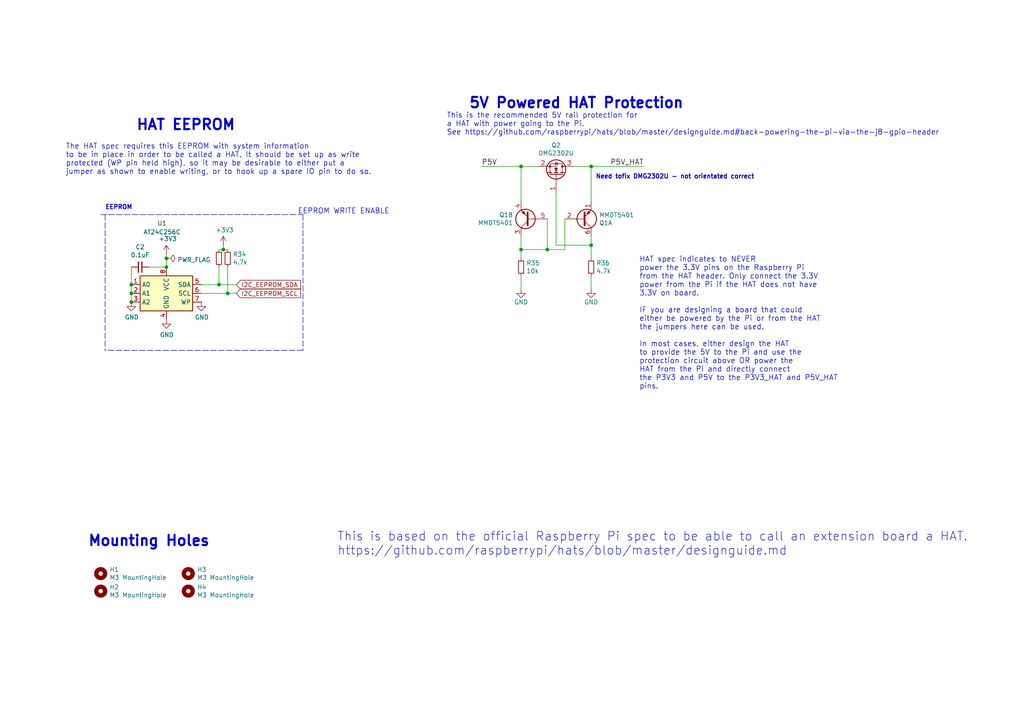
<source format=kicad_sch>
(kicad_sch (version 20211123) (generator eeschema)
  (paper "A4")
  (title_block (title "The Owl - RPI Cape 16ch Pixel Controller") (date "2022-04-04") (company "OnlineDynamic"))
  (lib_symbols
    (symbol "Device:C_Small" (pin_numbers hide) (pin_names (offset 0.254) hide)
      (property "Reference" "C" (at 0.254 1.778 0))
      (property "Value" "C_Small" (at 0.254 -2.032 0))
      (symbol "C_Small_0_1"
        (polyline (pts (xy -1.524 -0.508) (xy 1.524 -0.508)) (stroke (width 0.3302)))
        (polyline (pts (xy -1.524 0.508) (xy 1.524 0.508)) (stroke (width 0.3048)))
      )
      (symbol "C_Small_1_1"
        (pin passive line (at 0 2.54 270) (length 2.032) (name "~") (number "1"))
        (pin passive line (at 0 -2.54 90) (length 2.032) (name "~") (number "2"))
      )
    )
    (symbol "Device:R_Small" (pin_numbers hide) (pin_names (offset 0.254) hide)
      (property "Reference" "R" (at 0.762 0.508 0))
      (property "Value" "R_Small" (at 0.762 -1.016 0))
      (symbol "R_Small_0_1"
        (rectangle (start -0.762 1.778) (end 0.762 -1.778) (stroke (width 0.2032)))
      )
      (symbol "R_Small_1_1"
        (pin passive line (at 0 2.54 270) (length 0.762) (name "~") (number "1"))
        (pin passive line (at 0 -2.54 90) (length 0.762) (name "~") (number "2"))
      )
    )
    (symbol "Mechanical:MountingHole" (pin_names (offset 1.016))
      (property "Reference" "H" (at 0 5.08 0))
      (property "Value" "MountingHole" (at 0 3.175 0))
      (symbol "MountingHole_0_1"
        (circle (center 0 0) (radius 1.27) (stroke (width 1.27)))
      )
    )
    (symbol "Memory_EEPROM:CAT24C256"
      (property "Reference" "U" (at -6.35 6.35 0))
      (property "Value" "CAT24C256" (at 1.27 6.35 0))
      (symbol "CAT24C256_1_1"
        (rectangle (start -7.62 5.08) (end 7.62 -5.08) (stroke (width 0.254)) (fill (type background)))
        (pin input line (at -10.16 2.54 0) (length 2.54) (name "A0") (number "1"))
        (pin input line (at -10.16 0 0) (length 2.54) (name "A1") (number "2"))
        (pin input line (at -10.16 -2.54 0) (length 2.54) (name "A2") (number "3"))
        (pin power_in line (at 0 -7.62 90) (length 2.54) (name "GND") (number "4"))
        (pin bidirectional line (at 10.16 2.54 180) (length 2.54) (name "SDA") (number "5"))
        (pin input line (at 10.16 0 180) (length 2.54) (name "SCL") (number "6"))
        (pin input line (at 10.16 -2.54 180) (length 2.54) (name "WP") (number "7"))
        (pin power_in line (at 0 7.62 270) (length 2.54) (name "VCC") (number "8"))
      )
    )
    (symbol "Transistor_BJT:MMDT5401" (pin_names (offset 0) hide)
      (property "Reference" "Q" (at 5.08 1.27 0))
      (property "Value" "MMDT5401" (at 5.08 -1.27 0))
      (symbol "MMDT5401_0_1"
        (polyline (pts (xy 0.635 0) (xy -2.54 0)))
        (polyline (pts (xy 0.635 0.635) (xy 2.54 2.54)))
        (polyline (pts (xy 0.635 -0.635) (xy 2.54 -2.54) (xy 2.54 -2.54)))
        (polyline (pts (xy 0.635 1.905) (xy 0.635 -1.905) (xy 0.635 -1.905)) (stroke (width 0.508)))
        (polyline (pts (xy 2.286 -1.778) (xy 1.778 -2.286) (xy 1.27 -1.27) (xy 2.286 -1.778) (xy 2.286 -1.778)) (fill (type outline)))
        (circle (center 1.27 0) (radius 2.8194) (stroke (width 0.254)))
      )
      (symbol "MMDT5401_1_1"
        (pin passive line (at 2.54 -5.08 90) (length 2.54) (name "E1") (number "1"))
        (pin input line (at -5.08 0 0) (length 2.54) (name "B1") (number "2"))
        (pin passive line (at 2.54 5.08 270) (length 2.54) (name "C1") (number "6"))
      )
      (symbol "MMDT5401_2_1"
        (pin passive line (at 2.54 5.08 270) (length 2.54) (name "C2") (number "3"))
        (pin passive line (at 2.54 -5.08 90) (length 2.54) (name "E2") (number "4"))
        (pin input line (at -5.08 0 0) (length 2.54) (name "B2") (number "5"))
      )
    )
    (symbol "Transistor_FET:DMG2302U" (pin_names hide)
      (property "Reference" "Q" (at 5.08 1.905 0))
      (property "Value" "DMG2302U" (at 5.08 0 0))
      (symbol "DMG2302U_0_1"
        (polyline (pts (xy 0.254 0) (xy -2.54 0)))
        (polyline (pts (xy 0.254 1.905) (xy 0.254 -1.905)) (stroke (width 0.254)))
        (polyline (pts (xy 0.762 -1.27) (xy 0.762 -2.286)) (stroke (width 0.254)))
        (polyline (pts (xy 0.762 0.508) (xy 0.762 -0.508)) (stroke (width 0.254)))
        (polyline (pts (xy 0.762 2.286) (xy 0.762 1.27)) (stroke (width 0.254)))
        (polyline (pts (xy 2.54 2.54) (xy 2.54 1.778)))
        (polyline (pts (xy 2.54 -2.54) (xy 2.54 0) (xy 0.762 0)))
        (polyline (pts (xy 0.762 -1.778) (xy 3.302 -1.778) (xy 3.302 1.778) (xy 0.762 1.778)))
        (polyline (pts (xy 1.016 0) (xy 2.032 0.381) (xy 2.032 -0.381) (xy 1.016 0)) (fill (type outline)))
        (polyline (pts (xy 2.794 0.508) (xy 2.921 0.381) (xy 3.683 0.381) (xy 3.81 0.254)))
        (polyline (pts (xy 3.302 0.381) (xy 2.921 -0.254) (xy 3.683 -0.254) (xy 3.302 0.381)))
        (circle (center 1.651 0) (radius 2.794) (stroke (width 0.254)))
        (circle (center 2.54 -1.778) (radius 0.254) (fill (type outline)))
        (circle (center 2.54 1.778) (radius 0.254) (fill (type outline)))
      )
      (symbol "DMG2302U_1_1"
        (pin input line (at -5.08 0 0) (length 2.54) (name "G") (number "1"))
        (pin passive line (at 2.54 -5.08 90) (length 2.54) (name "S") (number "2"))
        (pin passive line (at 2.54 5.08 270) (length 2.54) (name "D") (number "3"))
      )
    )
    (symbol "power:+3.3V" (power) (pin_names (offset 0))
      (property "Value" "+3.3V" (at 0 3.556 0))
      (symbol "+3.3V_0_1"
        (polyline (pts (xy -0.762 1.27) (xy 0 2.54)))
        (polyline (pts (xy 0 0) (xy 0 2.54)))
        (polyline (pts (xy 0 2.54) (xy 0.762 1.27)))
      )
      (symbol "+3.3V_1_1"
        (pin power_in line (at 0 0 90) (length 0) hide (name "+3V3") (number "1"))
      )
    )
    (symbol "power:GND" (power) (pin_names (offset 0))
      (property "Value" "GND" (at 0 -3.81 0))
      (symbol "GND_0_1"
        (polyline (pts (xy 0 0) (xy 0 -1.27) (xy 1.27 -1.27) (xy 0 -2.54) (xy -1.27 -1.27) (xy 0 -1.27)))
      )
      (symbol "GND_1_1"
        (pin power_in line (at 0 0 270) (length 0) hide (name "GND") (number "1"))
      )
    )
    (symbol "power:PWR_FLAG" (power) (pin_numbers hide) (pin_names (offset 0) hide)
      (property "Value" "PWR_FLAG" (at 0 3.81 0))
      (symbol "PWR_FLAG_0_0"
        (pin power_out line (at 0 0 90) (length 0) (name "pwr") (number "1"))
      )
      (symbol "PWR_FLAG_0_1"
        (polyline (pts (xy 0 0) (xy 0 1.27) (xy -1.016 1.905) (xy 0 2.54) (xy 1.016 1.905) (xy 0 1.27)))
      )
    )
  )
  (junction (at 48.26 77.47))
  (junction (at 38.1 82.55))
  (junction (at 38.1 87.63))
  (junction (at 158.75 72.39))
  (junction (at 64.77 72.39))
  (junction (at 48.26 74.93))
  (junction (at 63.5 82.55))
  (junction (at 151.13 48.26))
  (junction (at 38.1 85.09))
  (junction (at 66.04 85.09))
  (junction (at 171.45 48.26))
  (junction (at 171.45 71.12))
  (junction (at 151.13 72.39))
  (wire (pts (xy 63.5 77.47) (xy 63.5 82.55)))
  (polyline (pts (xy 87.884 62.23) (xy 87.884 101.6)))
  (wire (pts (xy 163.83 72.39) (xy 163.83 63.5)))
  (wire (pts (xy 63.5 72.39) (xy 64.77 72.39)))
  (wire (pts (xy 151.13 72.39) (xy 158.75 72.39)))
  (wire (pts (xy 48.26 73.66) (xy 48.26 74.93)))
  (wire (pts (xy 38.1 85.09) (xy 38.1 87.63)))
  (polyline (pts (xy 87.884 101.6) (xy 30.48 101.6)))
  (polyline (pts (xy 30.48 62.23) (xy 30.48 101.6)))
  (wire (pts (xy 161.29 71.12) (xy 171.45 71.12)))
  (wire (pts (xy 66.04 72.39) (xy 64.77 72.39)))
  (wire (pts (xy 158.75 72.39) (xy 163.83 72.39)))
  (wire (pts (xy 58.42 85.09) (xy 66.04 85.09)))
  (wire (pts (xy 151.13 80.01) (xy 151.13 83.82)))
  (wire (pts (xy 171.45 48.26) (xy 186.69 48.26)))
  (wire (pts (xy 151.13 58.42) (xy 151.13 48.26)))
  (wire (pts (xy 58.42 82.55) (xy 63.5 82.55)))
  (wire (pts (xy 48.26 74.93) (xy 48.26 77.47)))
  (wire (pts (xy 171.45 68.58) (xy 171.45 71.12)))
  (wire (pts (xy 171.45 58.42) (xy 171.45 48.26)))
  (wire (pts (xy 161.29 55.88) (xy 161.29 71.12)))
  (wire (pts (xy 139.7 48.26) (xy 151.13 48.26)))
  (wire (pts (xy 63.5 82.55) (xy 68.58 82.55)))
  (wire (pts (xy 151.13 68.58) (xy 151.13 72.39)))
  (wire (pts (xy 38.1 77.47) (xy 38.1 82.55)))
  (wire (pts (xy 66.04 85.09) (xy 68.58 85.09)))
  (wire (pts (xy 171.45 71.12) (xy 171.45 74.93)))
  (wire (pts (xy 158.75 63.5) (xy 158.75 72.39)))
  (wire (pts (xy 43.18 77.47) (xy 48.26 77.47)))
  (wire (pts (xy 64.77 72.39) (xy 64.77 71.12)))
  (wire (pts (xy 151.13 48.26) (xy 156.21 48.26)))
  (wire (pts (xy 38.1 82.55) (xy 38.1 85.09)))
  (wire (pts (xy 151.13 72.39) (xy 151.13 74.93)))
  (wire (pts (xy 171.45 80.01) (xy 171.45 83.82)))
  (polyline (pts (xy 29.21 62.23) (xy 87.884 62.23)))
  (wire (pts (xy 166.37 48.26) (xy 171.45 48.26)))
  (wire (pts (xy 66.04 77.47) (xy 66.04 85.09)))
  (text "5V Powered HAT Protection" (at 135.89 31.75 0) (effects (font (size 2.9972 2.9972) (thickness 0.5994) bold) (justify left bottom)))
  (text "This is based on the official Raspberry Pi spec to be able to call an extension board a HAT.\nhttps://github.com/raspberrypi/hats/blob/master/designguide.md" (at 97.79 161.29 0) (effects (font (size 2.54 2.54)) (justify left bottom)))
  (text "Mounting Holes" (at 25.4 158.75 0) (effects (font (size 2.9972 2.9972) (thickness 0.5994) bold) (justify left bottom)))
  (text "EEPROM" (at 30.48 60.96 0) (effects (font (size 1.27 1.27) (thickness 0.254) bold) (justify left bottom)))
  (text "HAT spec indicates to NEVER\npower the 3.3V pins on the Raspberry Pi \nfrom the HAT header. Only connect the 3.3V\npower from the Pi if the HAT does not have\n3.3V on board.\n\nIF you are designing a board that could\neither be powered by the Pi or from the HAT\nthe jumpers here can be used.\n\nIn most cases, either design the HAT \nto provide the 5V to the Pi and use the\nprotection circuit above OR power the\nHAT from the Pi and directly connect\nthe P3V3 and P5V to the P3V3_HAT and P5V_HAT\npins." (at 185.42 113.03 0) (effects (font (size 1.524 1.524)) (justify left bottom)))
  (text "HAT EEPROM" (at 39.37 38.1 0) (effects (font (size 2.9972 2.9972) (thickness 0.5994) bold) (justify left bottom)))
  (text "EEPROM WRITE ENABLE" (at 86.36 62.23 0) (effects (font (size 1.524 1.524)) (justify left bottom)))
  (text "Need tofix DMG2302U - not orientated correct" (at 172.72 52.07 0) (effects (font (size 1.27 1.27) (thickness 0.254) bold) (justify left bottom)))
  (text "The HAT spec requires this EEPROM with system information\nto be in place in order to be called a HAT. It should be set up as write\nprotected (WP pin held high), so it may be desirable to either put a \njumper as shown to enable writing, or to hook up a spare IO pin to do so." (at 19.05 50.8 0) (effects (font (size 1.524 1.524)) (justify left bottom)))
  (text "This is the recommended 5V rail protection for \na HAT with power going to the Pi.\nSee https://github.com/raspberrypi/hats/blob/master/designguide.md#back-powering-the-pi-via-the-j8-gpio-header" (at 129.54 39.37 0) (effects (font (size 1.524 1.524)) (justify left bottom)))
  (label "P5V_HAT" (at 186.69 48.26 180) (effects (font (size 1.524 1.524))))
  (label "P5V" (at 139.7 48.26 0) (effects (font (size 1.524 1.524))))
  (global_label "I2C_EEPROM_SCL" (shape input) (at 68.58 85.09 0) (property "Intersheet References" "${INTERSHEET_REFS}" (effects hide)))
  (global_label "I2C_EEPROM_SDA" (shape input) (at 68.58 82.55 0) (property "Intersheet References" "${INTERSHEET_REFS}" (effects hide)))
  (symbol (lib_id "power:GND") (at 151.13 83.82 0) (unit 1)
    (property "Reference" "#PWR056" (effects hide))
    (property "Value" "GND" (at 151.13 87.63 0))
  )
  (symbol (lib_id "power:GND") (at 171.45 83.82 0) (unit 1)
    (property "Reference" "#PWR057" (effects hide))
    (property "Value" "GND" (at 171.45 87.63 0))
  )
  (symbol (lib_id "Mechanical:MountingHole") (at 29.21 166.37 0) (unit 1)
    (property "Reference" "H1" (at 31.75 165.2016 0) (effects (justify left)))
    (property "Value" "M3 MountingHole" (at 31.75 167.513 0) (effects (justify left)))
    (property "Footprint" "MountingHole:MountingHole_3.2mm_M3_Pad_TopBottom" (effects hide))
  )
  (symbol (lib_id "Mechanical:MountingHole") (at 29.21 171.45 0) (unit 1)
    (property "Reference" "H2" (at 31.75 170.2816 0) (effects (justify left)))
    (property "Value" "M3 MountingHole" (at 31.75 172.593 0) (effects (justify left)))
    (property "Footprint" "MountingHole:MountingHole_3.2mm_M3_Pad_TopBottom" (effects hide))
  )
  (symbol (lib_id "Mechanical:MountingHole") (at 54.61 166.37 0) (unit 1)
    (property "Reference" "H3" (at 57.15 165.2016 0) (effects (justify left)))
    (property "Value" "M3 MountingHole" (at 57.15 167.513 0) (effects (justify left)))
    (property "Footprint" "MountingHole:MountingHole_3.2mm_M3_Pad_TopBottom" (effects hide))
  )
  (symbol (lib_id "Mechanical:MountingHole") (at 54.61 171.45 0) (unit 1)
    (property "Reference" "H4" (at 57.15 170.2816 0) (effects (justify left)))
    (property "Value" "M3 MountingHole" (at 57.15 172.593 0) (effects (justify left)))
    (property "Footprint" "MountingHole:MountingHole_3.2mm_M3_Pad_TopBottom" (effects hide))
  )
  (symbol (lib_id "Device:R_Small") (at 171.45 77.47 0) (unit 1)
    (property "Reference" "R36" (at 172.9486 76.3016 0) (effects (justify left)))
    (property "Value" "4.7k" (at 172.9486 78.613 0) (effects (justify left)))
    (property "Footprint" "Resistor_SMD:R_0805_2012Metric" (effects hide))
    (property "Datasheet" "https://datasheet.lcsc.com/szlcsc/Uniroyal-Elec-0805W8F2201T5E_C17520.pdf" (effects hide))
    (property "Description" "C17673" (effects hide))
  )
  (symbol (lib_id "power:GND") (at 48.26 92.71 0) (unit 1)
    (property "Reference" "#PWR053" (effects hide))
    (property "Value" "GND" (at 48.387 97.1042 0))
  )
  (symbol (lib_id "power:GND") (at 38.1 87.63 0) (unit 1)
    (property "Reference" "#PWR051" (effects hide))
    (property "Value" "GND" (at 38.227 92.0242 0))
  )
  (symbol (lib_id "power:GND") (at 58.42 87.63 0) (unit 1)
    (property "Reference" "#PWR054" (effects hide))
    (property "Value" "GND" (at 58.547 92.0242 0))
  )
  (symbol (lib_id "power:+3.3V") (at 64.77 71.12 0) (unit 1)
    (property "Reference" "#PWR055" (effects hide))
    (property "Value" "+3.3V" (at 65.151 66.7258 0))
  )
  (symbol (lib_id "power:+3.3V") (at 48.26 73.66 0) (unit 1)
    (property "Reference" "#PWR052" (effects hide))
    (property "Value" "+3.3V" (at 48.641 69.2658 0))
  )
  (symbol (lib_id "Device:C_Small") (at 40.64 77.47 270) (unit 1)
    (property "Reference" "C2" (at 40.64 71.6534 90))
    (property "Value" "0.1uF" (at 40.64 73.9648 90))
    (property "Footprint" "Capacitor_SMD:CP_Elec_4x5.3" (effects hide))
    (property "Datasheet" "https://datasheet.lcsc.com/szlcsc/Samsung-Electro-Mechanics-CL05B104KO5NNNC_C1525.pdf" (effects hide))
    (property "Description" "C49678" (effects hide))
  )
  (symbol (lib_id "Device:R_Small") (at 66.04 74.93 0) (unit 1)
    (property "Reference" "R34" (at 67.5386 73.7616 0) (effects (justify left)))
    (property "Value" "4.7k" (at 67.5386 76.073 0) (effects (justify left)))
    (property "Footprint" "Resistor_SMD:R_0805_2012Metric" (effects hide))
    (property "Datasheet" "https://datasheet.lcsc.com/szlcsc/Uniroyal-Elec-0805W8F2201T5E_C17520.pdf" (effects hide))
    (property "Description" "C17673" (effects hide))
  )
  (symbol (lib_id "Device:R_Small") (at 63.5 74.93 0) (unit 1)
    (property "Reference" "R33" (effects hide))
    (property "Value" "4.7k" (effects hide))
    (property "Footprint" "Resistor_SMD:R_0805_2012Metric" (effects hide))
    (property "Datasheet" "https://datasheet.lcsc.com/szlcsc/Uniroyal-Elec-0805W8F2201T5E_C17520.pdf" (effects hide))
    (property "Description" "C17673" (effects hide))
  )
  (symbol (lib_id "Memory_EEPROM:CAT24C256") (at 48.26 85.09 0) (unit 1)
    (property "Reference" "U1" (at 46.99 64.77 0))
    (property "Value" "AT24C256C" (at 46.99 67.31 0))
    (property "Footprint" "Package_SO:SOIC-8_3.9x4.9mm_P1.27mm" (effects hide))
    (property "Datasheet" "https://www.onsemi.cn/PowerSolutions/document/CAT24C256-D.PDF" (effects hide))
    (property "Description" "C6482" (effects hide))
  )
  (symbol (lib_id "Device:R_Small") (at 151.13 77.47 0) (unit 1)
    (property "Reference" "R35" (at 152.6286 76.3016 0) (effects (justify left)))
    (property "Value" "10k" (at 152.6286 78.613 0) (effects (justify left)))
    (property "Footprint" "Resistor_SMD:R_0805_2012Metric" (effects hide))
    (property "Datasheet" "https://datasheet.lcsc.com/szlcsc/Uniroyal-Elec-0805W8F2201T5E_C17520.pdf" (effects hide))
    (property "Description" "C17673" (effects hide))
  )
  (symbol (lib_id "Transistor_FET:DMG2302U") (at 161.29 50.8 270) (mirror x) (unit 1)
    (property "Reference" "Q2" (at 161.29 42.1132 90))
    (property "Value" "DMG2302U" (at 161.29 44.4246 90))
    (property "Footprint" "Package_TO_SOT_SMD:SOT-23" (effects hide))
    (property "Datasheet" "http://www.diodes.com/assets/Datasheets/DMG2302U.pdf" (effects hide))
  )
  (symbol (lib_id "Transistor_BJT:MMDT5401") (at 168.91 63.5 0) (mirror x) (unit 1)
    (property "Reference" "Q1" (at 173.7614 64.6684 0) (effects (justify left)))
    (property "Value" "MMDT5401" (at 173.7614 62.357 0) (effects (justify left)))
    (property "Footprint" "Package_TO_SOT_SMD:SOT-363_SC-70-6" (effects hide))
    (property "Datasheet" "http://www.diodes.com/_files/datasheets/ds30169.pdf" (effects hide))
  )
  (symbol (lib_id "Transistor_BJT:MMDT5401") (at 153.67 63.5 180) (unit 2)
    (property "Reference" "Q1" (at 148.8186 62.3316 0) (effects (justify left)))
    (property "Value" "MMDT5401" (at 148.8186 64.643 0) (effects (justify left)))
    (property "Footprint" "Package_TO_SOT_SMD:SOT-363_SC-70-6" (effects hide))
    (property "Datasheet" "http://www.diodes.com/_files/datasheets/ds30169.pdf" (effects hide))
  )
  (symbol (lib_id "power:PWR_FLAG") (at 48.26 74.93 270) (unit 1)
    (property "Reference" "#FLG0102" (effects hide))
    (property "Value" "PWR_FLAG" (at 51.435 75.3638 90) (effects (justify left)))
  )
)
</source>
